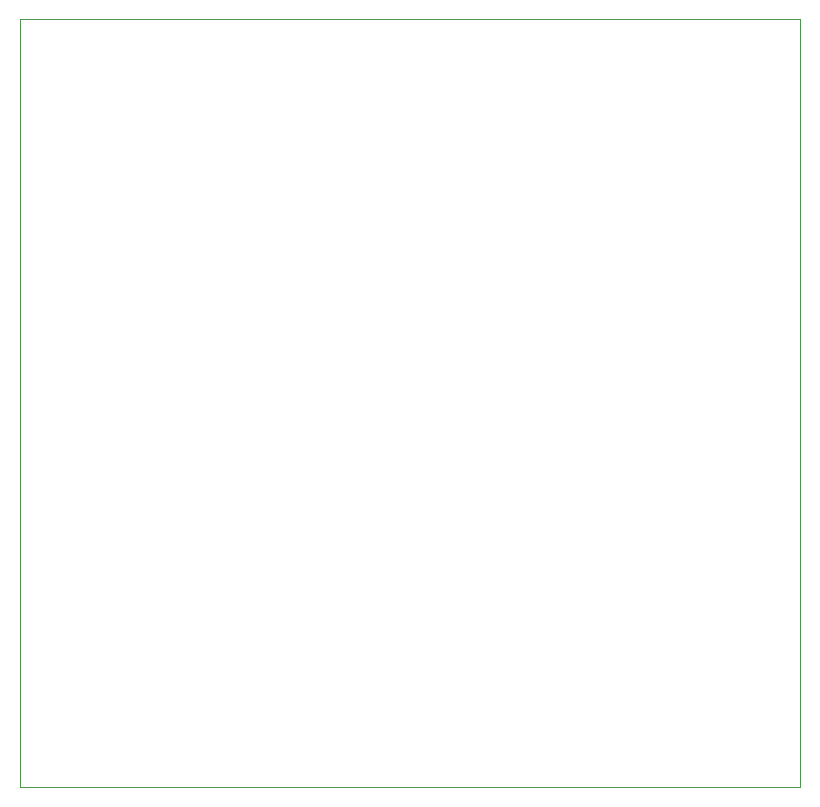
<source format=gbr>
%TF.GenerationSoftware,KiCad,Pcbnew,7.0.1-0*%
%TF.CreationDate,2023-05-12T11:35:50+01:00*%
%TF.ProjectId,rs232,72733233-322e-46b6-9963-61645f706362,rev?*%
%TF.SameCoordinates,Original*%
%TF.FileFunction,Profile,NP*%
%FSLAX46Y46*%
G04 Gerber Fmt 4.6, Leading zero omitted, Abs format (unit mm)*
G04 Created by KiCad (PCBNEW 7.0.1-0) date 2023-05-12 11:35:50*
%MOMM*%
%LPD*%
G01*
G04 APERTURE LIST*
%TA.AperFunction,Profile*%
%ADD10C,0.100000*%
%TD*%
G04 APERTURE END LIST*
D10*
X177000000Y-84000000D02*
X243000000Y-84000000D01*
X243000000Y-149000000D01*
X177000000Y-149000000D01*
X177000000Y-84000000D01*
M02*

</source>
